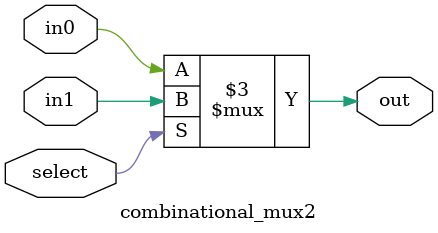
<source format=v>
module combinational_mux2 (input in1,in0, select, output reg out);
    always @ (in1 or in0 or select)
    begin
        if (select)
            out = in1;
        else
            out = in0;
    end
endmodule

</source>
